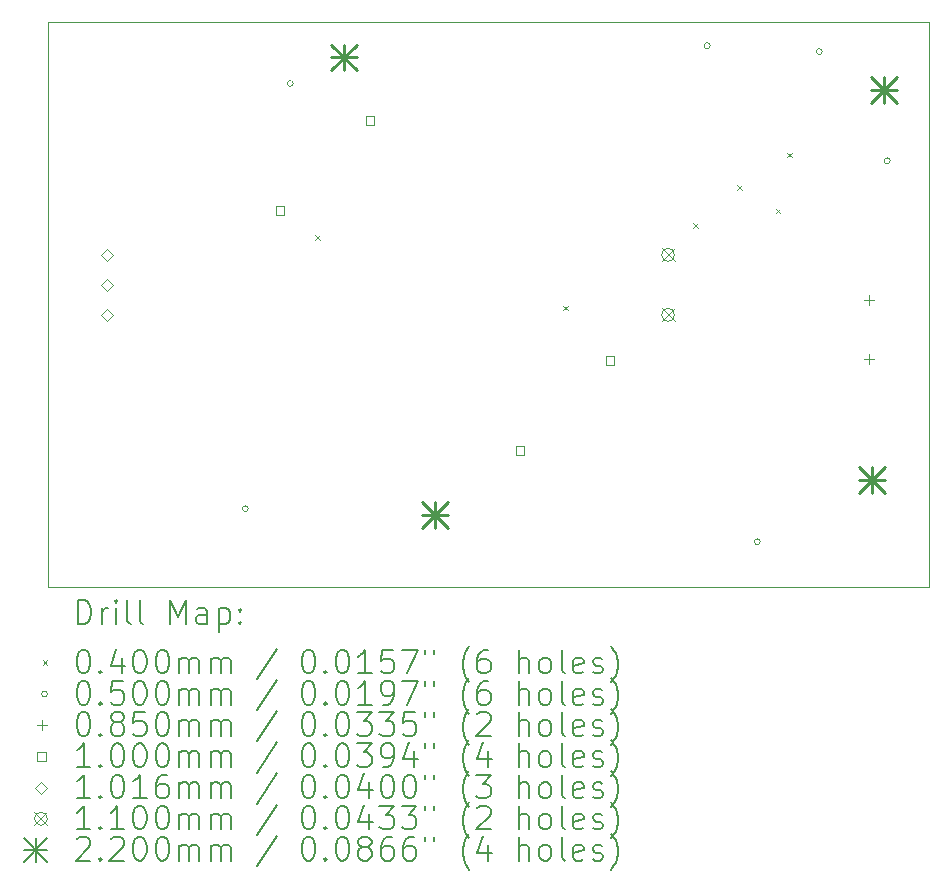
<source format=gbr>
%TF.GenerationSoftware,KiCad,Pcbnew,(6.0.11)*%
%TF.CreationDate,2023-06-13T18:52:51+03:00*%
%TF.ProjectId,flyback_48V_48W,666c7962-6163-46b5-9f34-38565f343857,rev?*%
%TF.SameCoordinates,Original*%
%TF.FileFunction,Drillmap*%
%TF.FilePolarity,Positive*%
%FSLAX45Y45*%
G04 Gerber Fmt 4.5, Leading zero omitted, Abs format (unit mm)*
G04 Created by KiCad (PCBNEW (6.0.11)) date 2023-06-13 18:52:51*
%MOMM*%
%LPD*%
G01*
G04 APERTURE LIST*
%ADD10C,0.100000*%
%ADD11C,0.200000*%
%ADD12C,0.040000*%
%ADD13C,0.050000*%
%ADD14C,0.085000*%
%ADD15C,0.101600*%
%ADD16C,0.110000*%
%ADD17C,0.220000*%
G04 APERTURE END LIST*
D10*
X10070000Y-3700000D02*
X17530000Y-3700000D01*
X17530000Y-3700000D02*
X17530000Y-8480000D01*
X17530000Y-8480000D02*
X10070000Y-8480000D01*
X10070000Y-8480000D02*
X10070000Y-3700000D01*
D11*
D12*
X12330000Y-5505000D02*
X12370000Y-5545000D01*
X12370000Y-5505000D02*
X12330000Y-5545000D01*
X14433200Y-6101400D02*
X14473200Y-6141400D01*
X14473200Y-6101400D02*
X14433200Y-6141400D01*
X15530000Y-5405000D02*
X15570000Y-5445000D01*
X15570000Y-5405000D02*
X15530000Y-5445000D01*
X15905000Y-5080000D02*
X15945000Y-5120000D01*
X15945000Y-5080000D02*
X15905000Y-5120000D01*
X16230000Y-5280000D02*
X16270000Y-5320000D01*
X16270000Y-5280000D02*
X16230000Y-5320000D01*
X16330000Y-4805000D02*
X16370000Y-4845000D01*
X16370000Y-4805000D02*
X16330000Y-4845000D01*
D13*
X11765000Y-7820000D02*
G75*
G03*
X11765000Y-7820000I-25000J0D01*
G01*
X12145000Y-4220000D02*
G75*
G03*
X12145000Y-4220000I-25000J0D01*
G01*
X15675000Y-3900000D02*
G75*
G03*
X15675000Y-3900000I-25000J0D01*
G01*
X16100000Y-8100000D02*
G75*
G03*
X16100000Y-8100000I-25000J0D01*
G01*
X16625000Y-3950000D02*
G75*
G03*
X16625000Y-3950000I-25000J0D01*
G01*
X17200000Y-4875000D02*
G75*
G03*
X17200000Y-4875000I-25000J0D01*
G01*
D14*
X17018000Y-6007500D02*
X17018000Y-6092500D01*
X16975500Y-6050000D02*
X17060500Y-6050000D01*
X17018000Y-6507500D02*
X17018000Y-6592500D01*
X16975500Y-6550000D02*
X17060500Y-6550000D01*
D10*
X12068356Y-5330356D02*
X12068356Y-5259644D01*
X11997644Y-5259644D01*
X11997644Y-5330356D01*
X12068356Y-5330356D01*
X12830356Y-4568356D02*
X12830356Y-4497644D01*
X12759644Y-4497644D01*
X12759644Y-4568356D01*
X12830356Y-4568356D01*
X14100356Y-7362356D02*
X14100356Y-7291644D01*
X14029644Y-7291644D01*
X14029644Y-7362356D01*
X14100356Y-7362356D01*
X14862356Y-6600356D02*
X14862356Y-6529644D01*
X14791644Y-6529644D01*
X14791644Y-6600356D01*
X14862356Y-6600356D01*
D15*
X10572500Y-5726800D02*
X10623300Y-5676000D01*
X10572500Y-5625200D01*
X10521700Y-5676000D01*
X10572500Y-5726800D01*
X10572500Y-5980800D02*
X10623300Y-5930000D01*
X10572500Y-5879200D01*
X10521700Y-5930000D01*
X10572500Y-5980800D01*
X10572500Y-6234800D02*
X10623300Y-6184000D01*
X10572500Y-6133200D01*
X10521700Y-6184000D01*
X10572500Y-6234800D01*
D16*
X15263950Y-5616000D02*
X15373950Y-5726000D01*
X15373950Y-5616000D02*
X15263950Y-5726000D01*
X15373950Y-5671000D02*
G75*
G03*
X15373950Y-5671000I-55000J0D01*
G01*
X15263950Y-6124000D02*
X15373950Y-6234000D01*
X15373950Y-6124000D02*
X15263950Y-6234000D01*
X15373950Y-6179000D02*
G75*
G03*
X15373950Y-6179000I-55000J0D01*
G01*
D17*
X12465000Y-3890000D02*
X12685000Y-4110000D01*
X12685000Y-3890000D02*
X12465000Y-4110000D01*
X12575000Y-3890000D02*
X12575000Y-4110000D01*
X12465000Y-4000000D02*
X12685000Y-4000000D01*
X13240000Y-7765000D02*
X13460000Y-7985000D01*
X13460000Y-7765000D02*
X13240000Y-7985000D01*
X13350000Y-7765000D02*
X13350000Y-7985000D01*
X13240000Y-7875000D02*
X13460000Y-7875000D01*
X16940000Y-7465000D02*
X17160000Y-7685000D01*
X17160000Y-7465000D02*
X16940000Y-7685000D01*
X17050000Y-7465000D02*
X17050000Y-7685000D01*
X16940000Y-7575000D02*
X17160000Y-7575000D01*
X17040000Y-4165000D02*
X17260000Y-4385000D01*
X17260000Y-4165000D02*
X17040000Y-4385000D01*
X17150000Y-4165000D02*
X17150000Y-4385000D01*
X17040000Y-4275000D02*
X17260000Y-4275000D01*
D11*
X10322619Y-8795476D02*
X10322619Y-8595476D01*
X10370238Y-8595476D01*
X10398810Y-8605000D01*
X10417857Y-8624048D01*
X10427381Y-8643095D01*
X10436905Y-8681190D01*
X10436905Y-8709762D01*
X10427381Y-8747857D01*
X10417857Y-8766905D01*
X10398810Y-8785952D01*
X10370238Y-8795476D01*
X10322619Y-8795476D01*
X10522619Y-8795476D02*
X10522619Y-8662143D01*
X10522619Y-8700238D02*
X10532143Y-8681190D01*
X10541667Y-8671667D01*
X10560714Y-8662143D01*
X10579762Y-8662143D01*
X10646429Y-8795476D02*
X10646429Y-8662143D01*
X10646429Y-8595476D02*
X10636905Y-8605000D01*
X10646429Y-8614524D01*
X10655952Y-8605000D01*
X10646429Y-8595476D01*
X10646429Y-8614524D01*
X10770238Y-8795476D02*
X10751190Y-8785952D01*
X10741667Y-8766905D01*
X10741667Y-8595476D01*
X10875000Y-8795476D02*
X10855952Y-8785952D01*
X10846429Y-8766905D01*
X10846429Y-8595476D01*
X11103571Y-8795476D02*
X11103571Y-8595476D01*
X11170238Y-8738333D01*
X11236905Y-8595476D01*
X11236905Y-8795476D01*
X11417857Y-8795476D02*
X11417857Y-8690714D01*
X11408333Y-8671667D01*
X11389286Y-8662143D01*
X11351190Y-8662143D01*
X11332143Y-8671667D01*
X11417857Y-8785952D02*
X11398809Y-8795476D01*
X11351190Y-8795476D01*
X11332143Y-8785952D01*
X11322619Y-8766905D01*
X11322619Y-8747857D01*
X11332143Y-8728810D01*
X11351190Y-8719286D01*
X11398809Y-8719286D01*
X11417857Y-8709762D01*
X11513095Y-8662143D02*
X11513095Y-8862143D01*
X11513095Y-8671667D02*
X11532143Y-8662143D01*
X11570238Y-8662143D01*
X11589286Y-8671667D01*
X11598809Y-8681190D01*
X11608333Y-8700238D01*
X11608333Y-8757381D01*
X11598809Y-8776429D01*
X11589286Y-8785952D01*
X11570238Y-8795476D01*
X11532143Y-8795476D01*
X11513095Y-8785952D01*
X11694048Y-8776429D02*
X11703571Y-8785952D01*
X11694048Y-8795476D01*
X11684524Y-8785952D01*
X11694048Y-8776429D01*
X11694048Y-8795476D01*
X11694048Y-8671667D02*
X11703571Y-8681190D01*
X11694048Y-8690714D01*
X11684524Y-8681190D01*
X11694048Y-8671667D01*
X11694048Y-8690714D01*
D12*
X10025000Y-9105000D02*
X10065000Y-9145000D01*
X10065000Y-9105000D02*
X10025000Y-9145000D01*
D11*
X10360714Y-9015476D02*
X10379762Y-9015476D01*
X10398810Y-9025000D01*
X10408333Y-9034524D01*
X10417857Y-9053571D01*
X10427381Y-9091667D01*
X10427381Y-9139286D01*
X10417857Y-9177381D01*
X10408333Y-9196429D01*
X10398810Y-9205952D01*
X10379762Y-9215476D01*
X10360714Y-9215476D01*
X10341667Y-9205952D01*
X10332143Y-9196429D01*
X10322619Y-9177381D01*
X10313095Y-9139286D01*
X10313095Y-9091667D01*
X10322619Y-9053571D01*
X10332143Y-9034524D01*
X10341667Y-9025000D01*
X10360714Y-9015476D01*
X10513095Y-9196429D02*
X10522619Y-9205952D01*
X10513095Y-9215476D01*
X10503571Y-9205952D01*
X10513095Y-9196429D01*
X10513095Y-9215476D01*
X10694048Y-9082143D02*
X10694048Y-9215476D01*
X10646429Y-9005952D02*
X10598810Y-9148810D01*
X10722619Y-9148810D01*
X10836905Y-9015476D02*
X10855952Y-9015476D01*
X10875000Y-9025000D01*
X10884524Y-9034524D01*
X10894048Y-9053571D01*
X10903571Y-9091667D01*
X10903571Y-9139286D01*
X10894048Y-9177381D01*
X10884524Y-9196429D01*
X10875000Y-9205952D01*
X10855952Y-9215476D01*
X10836905Y-9215476D01*
X10817857Y-9205952D01*
X10808333Y-9196429D01*
X10798810Y-9177381D01*
X10789286Y-9139286D01*
X10789286Y-9091667D01*
X10798810Y-9053571D01*
X10808333Y-9034524D01*
X10817857Y-9025000D01*
X10836905Y-9015476D01*
X11027381Y-9015476D02*
X11046429Y-9015476D01*
X11065476Y-9025000D01*
X11075000Y-9034524D01*
X11084524Y-9053571D01*
X11094048Y-9091667D01*
X11094048Y-9139286D01*
X11084524Y-9177381D01*
X11075000Y-9196429D01*
X11065476Y-9205952D01*
X11046429Y-9215476D01*
X11027381Y-9215476D01*
X11008333Y-9205952D01*
X10998810Y-9196429D01*
X10989286Y-9177381D01*
X10979762Y-9139286D01*
X10979762Y-9091667D01*
X10989286Y-9053571D01*
X10998810Y-9034524D01*
X11008333Y-9025000D01*
X11027381Y-9015476D01*
X11179762Y-9215476D02*
X11179762Y-9082143D01*
X11179762Y-9101190D02*
X11189286Y-9091667D01*
X11208333Y-9082143D01*
X11236905Y-9082143D01*
X11255952Y-9091667D01*
X11265476Y-9110714D01*
X11265476Y-9215476D01*
X11265476Y-9110714D02*
X11275000Y-9091667D01*
X11294048Y-9082143D01*
X11322619Y-9082143D01*
X11341667Y-9091667D01*
X11351190Y-9110714D01*
X11351190Y-9215476D01*
X11446428Y-9215476D02*
X11446428Y-9082143D01*
X11446428Y-9101190D02*
X11455952Y-9091667D01*
X11475000Y-9082143D01*
X11503571Y-9082143D01*
X11522619Y-9091667D01*
X11532143Y-9110714D01*
X11532143Y-9215476D01*
X11532143Y-9110714D02*
X11541667Y-9091667D01*
X11560714Y-9082143D01*
X11589286Y-9082143D01*
X11608333Y-9091667D01*
X11617857Y-9110714D01*
X11617857Y-9215476D01*
X12008333Y-9005952D02*
X11836905Y-9263095D01*
X12265476Y-9015476D02*
X12284524Y-9015476D01*
X12303571Y-9025000D01*
X12313095Y-9034524D01*
X12322619Y-9053571D01*
X12332143Y-9091667D01*
X12332143Y-9139286D01*
X12322619Y-9177381D01*
X12313095Y-9196429D01*
X12303571Y-9205952D01*
X12284524Y-9215476D01*
X12265476Y-9215476D01*
X12246428Y-9205952D01*
X12236905Y-9196429D01*
X12227381Y-9177381D01*
X12217857Y-9139286D01*
X12217857Y-9091667D01*
X12227381Y-9053571D01*
X12236905Y-9034524D01*
X12246428Y-9025000D01*
X12265476Y-9015476D01*
X12417857Y-9196429D02*
X12427381Y-9205952D01*
X12417857Y-9215476D01*
X12408333Y-9205952D01*
X12417857Y-9196429D01*
X12417857Y-9215476D01*
X12551190Y-9015476D02*
X12570238Y-9015476D01*
X12589286Y-9025000D01*
X12598809Y-9034524D01*
X12608333Y-9053571D01*
X12617857Y-9091667D01*
X12617857Y-9139286D01*
X12608333Y-9177381D01*
X12598809Y-9196429D01*
X12589286Y-9205952D01*
X12570238Y-9215476D01*
X12551190Y-9215476D01*
X12532143Y-9205952D01*
X12522619Y-9196429D01*
X12513095Y-9177381D01*
X12503571Y-9139286D01*
X12503571Y-9091667D01*
X12513095Y-9053571D01*
X12522619Y-9034524D01*
X12532143Y-9025000D01*
X12551190Y-9015476D01*
X12808333Y-9215476D02*
X12694048Y-9215476D01*
X12751190Y-9215476D02*
X12751190Y-9015476D01*
X12732143Y-9044048D01*
X12713095Y-9063095D01*
X12694048Y-9072619D01*
X12989286Y-9015476D02*
X12894048Y-9015476D01*
X12884524Y-9110714D01*
X12894048Y-9101190D01*
X12913095Y-9091667D01*
X12960714Y-9091667D01*
X12979762Y-9101190D01*
X12989286Y-9110714D01*
X12998809Y-9129762D01*
X12998809Y-9177381D01*
X12989286Y-9196429D01*
X12979762Y-9205952D01*
X12960714Y-9215476D01*
X12913095Y-9215476D01*
X12894048Y-9205952D01*
X12884524Y-9196429D01*
X13065476Y-9015476D02*
X13198809Y-9015476D01*
X13113095Y-9215476D01*
X13265476Y-9015476D02*
X13265476Y-9053571D01*
X13341667Y-9015476D02*
X13341667Y-9053571D01*
X13636905Y-9291667D02*
X13627381Y-9282143D01*
X13608333Y-9253571D01*
X13598809Y-9234524D01*
X13589286Y-9205952D01*
X13579762Y-9158333D01*
X13579762Y-9120238D01*
X13589286Y-9072619D01*
X13598809Y-9044048D01*
X13608333Y-9025000D01*
X13627381Y-8996429D01*
X13636905Y-8986905D01*
X13798809Y-9015476D02*
X13760714Y-9015476D01*
X13741667Y-9025000D01*
X13732143Y-9034524D01*
X13713095Y-9063095D01*
X13703571Y-9101190D01*
X13703571Y-9177381D01*
X13713095Y-9196429D01*
X13722619Y-9205952D01*
X13741667Y-9215476D01*
X13779762Y-9215476D01*
X13798809Y-9205952D01*
X13808333Y-9196429D01*
X13817857Y-9177381D01*
X13817857Y-9129762D01*
X13808333Y-9110714D01*
X13798809Y-9101190D01*
X13779762Y-9091667D01*
X13741667Y-9091667D01*
X13722619Y-9101190D01*
X13713095Y-9110714D01*
X13703571Y-9129762D01*
X14055952Y-9215476D02*
X14055952Y-9015476D01*
X14141667Y-9215476D02*
X14141667Y-9110714D01*
X14132143Y-9091667D01*
X14113095Y-9082143D01*
X14084524Y-9082143D01*
X14065476Y-9091667D01*
X14055952Y-9101190D01*
X14265476Y-9215476D02*
X14246428Y-9205952D01*
X14236905Y-9196429D01*
X14227381Y-9177381D01*
X14227381Y-9120238D01*
X14236905Y-9101190D01*
X14246428Y-9091667D01*
X14265476Y-9082143D01*
X14294048Y-9082143D01*
X14313095Y-9091667D01*
X14322619Y-9101190D01*
X14332143Y-9120238D01*
X14332143Y-9177381D01*
X14322619Y-9196429D01*
X14313095Y-9205952D01*
X14294048Y-9215476D01*
X14265476Y-9215476D01*
X14446428Y-9215476D02*
X14427381Y-9205952D01*
X14417857Y-9186905D01*
X14417857Y-9015476D01*
X14598809Y-9205952D02*
X14579762Y-9215476D01*
X14541667Y-9215476D01*
X14522619Y-9205952D01*
X14513095Y-9186905D01*
X14513095Y-9110714D01*
X14522619Y-9091667D01*
X14541667Y-9082143D01*
X14579762Y-9082143D01*
X14598809Y-9091667D01*
X14608333Y-9110714D01*
X14608333Y-9129762D01*
X14513095Y-9148810D01*
X14684524Y-9205952D02*
X14703571Y-9215476D01*
X14741667Y-9215476D01*
X14760714Y-9205952D01*
X14770238Y-9186905D01*
X14770238Y-9177381D01*
X14760714Y-9158333D01*
X14741667Y-9148810D01*
X14713095Y-9148810D01*
X14694048Y-9139286D01*
X14684524Y-9120238D01*
X14684524Y-9110714D01*
X14694048Y-9091667D01*
X14713095Y-9082143D01*
X14741667Y-9082143D01*
X14760714Y-9091667D01*
X14836905Y-9291667D02*
X14846428Y-9282143D01*
X14865476Y-9253571D01*
X14875000Y-9234524D01*
X14884524Y-9205952D01*
X14894048Y-9158333D01*
X14894048Y-9120238D01*
X14884524Y-9072619D01*
X14875000Y-9044048D01*
X14865476Y-9025000D01*
X14846428Y-8996429D01*
X14836905Y-8986905D01*
D13*
X10065000Y-9389000D02*
G75*
G03*
X10065000Y-9389000I-25000J0D01*
G01*
D11*
X10360714Y-9279476D02*
X10379762Y-9279476D01*
X10398810Y-9289000D01*
X10408333Y-9298524D01*
X10417857Y-9317571D01*
X10427381Y-9355667D01*
X10427381Y-9403286D01*
X10417857Y-9441381D01*
X10408333Y-9460429D01*
X10398810Y-9469952D01*
X10379762Y-9479476D01*
X10360714Y-9479476D01*
X10341667Y-9469952D01*
X10332143Y-9460429D01*
X10322619Y-9441381D01*
X10313095Y-9403286D01*
X10313095Y-9355667D01*
X10322619Y-9317571D01*
X10332143Y-9298524D01*
X10341667Y-9289000D01*
X10360714Y-9279476D01*
X10513095Y-9460429D02*
X10522619Y-9469952D01*
X10513095Y-9479476D01*
X10503571Y-9469952D01*
X10513095Y-9460429D01*
X10513095Y-9479476D01*
X10703571Y-9279476D02*
X10608333Y-9279476D01*
X10598810Y-9374714D01*
X10608333Y-9365190D01*
X10627381Y-9355667D01*
X10675000Y-9355667D01*
X10694048Y-9365190D01*
X10703571Y-9374714D01*
X10713095Y-9393762D01*
X10713095Y-9441381D01*
X10703571Y-9460429D01*
X10694048Y-9469952D01*
X10675000Y-9479476D01*
X10627381Y-9479476D01*
X10608333Y-9469952D01*
X10598810Y-9460429D01*
X10836905Y-9279476D02*
X10855952Y-9279476D01*
X10875000Y-9289000D01*
X10884524Y-9298524D01*
X10894048Y-9317571D01*
X10903571Y-9355667D01*
X10903571Y-9403286D01*
X10894048Y-9441381D01*
X10884524Y-9460429D01*
X10875000Y-9469952D01*
X10855952Y-9479476D01*
X10836905Y-9479476D01*
X10817857Y-9469952D01*
X10808333Y-9460429D01*
X10798810Y-9441381D01*
X10789286Y-9403286D01*
X10789286Y-9355667D01*
X10798810Y-9317571D01*
X10808333Y-9298524D01*
X10817857Y-9289000D01*
X10836905Y-9279476D01*
X11027381Y-9279476D02*
X11046429Y-9279476D01*
X11065476Y-9289000D01*
X11075000Y-9298524D01*
X11084524Y-9317571D01*
X11094048Y-9355667D01*
X11094048Y-9403286D01*
X11084524Y-9441381D01*
X11075000Y-9460429D01*
X11065476Y-9469952D01*
X11046429Y-9479476D01*
X11027381Y-9479476D01*
X11008333Y-9469952D01*
X10998810Y-9460429D01*
X10989286Y-9441381D01*
X10979762Y-9403286D01*
X10979762Y-9355667D01*
X10989286Y-9317571D01*
X10998810Y-9298524D01*
X11008333Y-9289000D01*
X11027381Y-9279476D01*
X11179762Y-9479476D02*
X11179762Y-9346143D01*
X11179762Y-9365190D02*
X11189286Y-9355667D01*
X11208333Y-9346143D01*
X11236905Y-9346143D01*
X11255952Y-9355667D01*
X11265476Y-9374714D01*
X11265476Y-9479476D01*
X11265476Y-9374714D02*
X11275000Y-9355667D01*
X11294048Y-9346143D01*
X11322619Y-9346143D01*
X11341667Y-9355667D01*
X11351190Y-9374714D01*
X11351190Y-9479476D01*
X11446428Y-9479476D02*
X11446428Y-9346143D01*
X11446428Y-9365190D02*
X11455952Y-9355667D01*
X11475000Y-9346143D01*
X11503571Y-9346143D01*
X11522619Y-9355667D01*
X11532143Y-9374714D01*
X11532143Y-9479476D01*
X11532143Y-9374714D02*
X11541667Y-9355667D01*
X11560714Y-9346143D01*
X11589286Y-9346143D01*
X11608333Y-9355667D01*
X11617857Y-9374714D01*
X11617857Y-9479476D01*
X12008333Y-9269952D02*
X11836905Y-9527095D01*
X12265476Y-9279476D02*
X12284524Y-9279476D01*
X12303571Y-9289000D01*
X12313095Y-9298524D01*
X12322619Y-9317571D01*
X12332143Y-9355667D01*
X12332143Y-9403286D01*
X12322619Y-9441381D01*
X12313095Y-9460429D01*
X12303571Y-9469952D01*
X12284524Y-9479476D01*
X12265476Y-9479476D01*
X12246428Y-9469952D01*
X12236905Y-9460429D01*
X12227381Y-9441381D01*
X12217857Y-9403286D01*
X12217857Y-9355667D01*
X12227381Y-9317571D01*
X12236905Y-9298524D01*
X12246428Y-9289000D01*
X12265476Y-9279476D01*
X12417857Y-9460429D02*
X12427381Y-9469952D01*
X12417857Y-9479476D01*
X12408333Y-9469952D01*
X12417857Y-9460429D01*
X12417857Y-9479476D01*
X12551190Y-9279476D02*
X12570238Y-9279476D01*
X12589286Y-9289000D01*
X12598809Y-9298524D01*
X12608333Y-9317571D01*
X12617857Y-9355667D01*
X12617857Y-9403286D01*
X12608333Y-9441381D01*
X12598809Y-9460429D01*
X12589286Y-9469952D01*
X12570238Y-9479476D01*
X12551190Y-9479476D01*
X12532143Y-9469952D01*
X12522619Y-9460429D01*
X12513095Y-9441381D01*
X12503571Y-9403286D01*
X12503571Y-9355667D01*
X12513095Y-9317571D01*
X12522619Y-9298524D01*
X12532143Y-9289000D01*
X12551190Y-9279476D01*
X12808333Y-9479476D02*
X12694048Y-9479476D01*
X12751190Y-9479476D02*
X12751190Y-9279476D01*
X12732143Y-9308048D01*
X12713095Y-9327095D01*
X12694048Y-9336619D01*
X12903571Y-9479476D02*
X12941667Y-9479476D01*
X12960714Y-9469952D01*
X12970238Y-9460429D01*
X12989286Y-9431857D01*
X12998809Y-9393762D01*
X12998809Y-9317571D01*
X12989286Y-9298524D01*
X12979762Y-9289000D01*
X12960714Y-9279476D01*
X12922619Y-9279476D01*
X12903571Y-9289000D01*
X12894048Y-9298524D01*
X12884524Y-9317571D01*
X12884524Y-9365190D01*
X12894048Y-9384238D01*
X12903571Y-9393762D01*
X12922619Y-9403286D01*
X12960714Y-9403286D01*
X12979762Y-9393762D01*
X12989286Y-9384238D01*
X12998809Y-9365190D01*
X13065476Y-9279476D02*
X13198809Y-9279476D01*
X13113095Y-9479476D01*
X13265476Y-9279476D02*
X13265476Y-9317571D01*
X13341667Y-9279476D02*
X13341667Y-9317571D01*
X13636905Y-9555667D02*
X13627381Y-9546143D01*
X13608333Y-9517571D01*
X13598809Y-9498524D01*
X13589286Y-9469952D01*
X13579762Y-9422333D01*
X13579762Y-9384238D01*
X13589286Y-9336619D01*
X13598809Y-9308048D01*
X13608333Y-9289000D01*
X13627381Y-9260429D01*
X13636905Y-9250905D01*
X13798809Y-9279476D02*
X13760714Y-9279476D01*
X13741667Y-9289000D01*
X13732143Y-9298524D01*
X13713095Y-9327095D01*
X13703571Y-9365190D01*
X13703571Y-9441381D01*
X13713095Y-9460429D01*
X13722619Y-9469952D01*
X13741667Y-9479476D01*
X13779762Y-9479476D01*
X13798809Y-9469952D01*
X13808333Y-9460429D01*
X13817857Y-9441381D01*
X13817857Y-9393762D01*
X13808333Y-9374714D01*
X13798809Y-9365190D01*
X13779762Y-9355667D01*
X13741667Y-9355667D01*
X13722619Y-9365190D01*
X13713095Y-9374714D01*
X13703571Y-9393762D01*
X14055952Y-9479476D02*
X14055952Y-9279476D01*
X14141667Y-9479476D02*
X14141667Y-9374714D01*
X14132143Y-9355667D01*
X14113095Y-9346143D01*
X14084524Y-9346143D01*
X14065476Y-9355667D01*
X14055952Y-9365190D01*
X14265476Y-9479476D02*
X14246428Y-9469952D01*
X14236905Y-9460429D01*
X14227381Y-9441381D01*
X14227381Y-9384238D01*
X14236905Y-9365190D01*
X14246428Y-9355667D01*
X14265476Y-9346143D01*
X14294048Y-9346143D01*
X14313095Y-9355667D01*
X14322619Y-9365190D01*
X14332143Y-9384238D01*
X14332143Y-9441381D01*
X14322619Y-9460429D01*
X14313095Y-9469952D01*
X14294048Y-9479476D01*
X14265476Y-9479476D01*
X14446428Y-9479476D02*
X14427381Y-9469952D01*
X14417857Y-9450905D01*
X14417857Y-9279476D01*
X14598809Y-9469952D02*
X14579762Y-9479476D01*
X14541667Y-9479476D01*
X14522619Y-9469952D01*
X14513095Y-9450905D01*
X14513095Y-9374714D01*
X14522619Y-9355667D01*
X14541667Y-9346143D01*
X14579762Y-9346143D01*
X14598809Y-9355667D01*
X14608333Y-9374714D01*
X14608333Y-9393762D01*
X14513095Y-9412810D01*
X14684524Y-9469952D02*
X14703571Y-9479476D01*
X14741667Y-9479476D01*
X14760714Y-9469952D01*
X14770238Y-9450905D01*
X14770238Y-9441381D01*
X14760714Y-9422333D01*
X14741667Y-9412810D01*
X14713095Y-9412810D01*
X14694048Y-9403286D01*
X14684524Y-9384238D01*
X14684524Y-9374714D01*
X14694048Y-9355667D01*
X14713095Y-9346143D01*
X14741667Y-9346143D01*
X14760714Y-9355667D01*
X14836905Y-9555667D02*
X14846428Y-9546143D01*
X14865476Y-9517571D01*
X14875000Y-9498524D01*
X14884524Y-9469952D01*
X14894048Y-9422333D01*
X14894048Y-9384238D01*
X14884524Y-9336619D01*
X14875000Y-9308048D01*
X14865476Y-9289000D01*
X14846428Y-9260429D01*
X14836905Y-9250905D01*
D14*
X10022500Y-9610500D02*
X10022500Y-9695500D01*
X9980000Y-9653000D02*
X10065000Y-9653000D01*
D11*
X10360714Y-9543476D02*
X10379762Y-9543476D01*
X10398810Y-9553000D01*
X10408333Y-9562524D01*
X10417857Y-9581571D01*
X10427381Y-9619667D01*
X10427381Y-9667286D01*
X10417857Y-9705381D01*
X10408333Y-9724429D01*
X10398810Y-9733952D01*
X10379762Y-9743476D01*
X10360714Y-9743476D01*
X10341667Y-9733952D01*
X10332143Y-9724429D01*
X10322619Y-9705381D01*
X10313095Y-9667286D01*
X10313095Y-9619667D01*
X10322619Y-9581571D01*
X10332143Y-9562524D01*
X10341667Y-9553000D01*
X10360714Y-9543476D01*
X10513095Y-9724429D02*
X10522619Y-9733952D01*
X10513095Y-9743476D01*
X10503571Y-9733952D01*
X10513095Y-9724429D01*
X10513095Y-9743476D01*
X10636905Y-9629190D02*
X10617857Y-9619667D01*
X10608333Y-9610143D01*
X10598810Y-9591095D01*
X10598810Y-9581571D01*
X10608333Y-9562524D01*
X10617857Y-9553000D01*
X10636905Y-9543476D01*
X10675000Y-9543476D01*
X10694048Y-9553000D01*
X10703571Y-9562524D01*
X10713095Y-9581571D01*
X10713095Y-9591095D01*
X10703571Y-9610143D01*
X10694048Y-9619667D01*
X10675000Y-9629190D01*
X10636905Y-9629190D01*
X10617857Y-9638714D01*
X10608333Y-9648238D01*
X10598810Y-9667286D01*
X10598810Y-9705381D01*
X10608333Y-9724429D01*
X10617857Y-9733952D01*
X10636905Y-9743476D01*
X10675000Y-9743476D01*
X10694048Y-9733952D01*
X10703571Y-9724429D01*
X10713095Y-9705381D01*
X10713095Y-9667286D01*
X10703571Y-9648238D01*
X10694048Y-9638714D01*
X10675000Y-9629190D01*
X10894048Y-9543476D02*
X10798810Y-9543476D01*
X10789286Y-9638714D01*
X10798810Y-9629190D01*
X10817857Y-9619667D01*
X10865476Y-9619667D01*
X10884524Y-9629190D01*
X10894048Y-9638714D01*
X10903571Y-9657762D01*
X10903571Y-9705381D01*
X10894048Y-9724429D01*
X10884524Y-9733952D01*
X10865476Y-9743476D01*
X10817857Y-9743476D01*
X10798810Y-9733952D01*
X10789286Y-9724429D01*
X11027381Y-9543476D02*
X11046429Y-9543476D01*
X11065476Y-9553000D01*
X11075000Y-9562524D01*
X11084524Y-9581571D01*
X11094048Y-9619667D01*
X11094048Y-9667286D01*
X11084524Y-9705381D01*
X11075000Y-9724429D01*
X11065476Y-9733952D01*
X11046429Y-9743476D01*
X11027381Y-9743476D01*
X11008333Y-9733952D01*
X10998810Y-9724429D01*
X10989286Y-9705381D01*
X10979762Y-9667286D01*
X10979762Y-9619667D01*
X10989286Y-9581571D01*
X10998810Y-9562524D01*
X11008333Y-9553000D01*
X11027381Y-9543476D01*
X11179762Y-9743476D02*
X11179762Y-9610143D01*
X11179762Y-9629190D02*
X11189286Y-9619667D01*
X11208333Y-9610143D01*
X11236905Y-9610143D01*
X11255952Y-9619667D01*
X11265476Y-9638714D01*
X11265476Y-9743476D01*
X11265476Y-9638714D02*
X11275000Y-9619667D01*
X11294048Y-9610143D01*
X11322619Y-9610143D01*
X11341667Y-9619667D01*
X11351190Y-9638714D01*
X11351190Y-9743476D01*
X11446428Y-9743476D02*
X11446428Y-9610143D01*
X11446428Y-9629190D02*
X11455952Y-9619667D01*
X11475000Y-9610143D01*
X11503571Y-9610143D01*
X11522619Y-9619667D01*
X11532143Y-9638714D01*
X11532143Y-9743476D01*
X11532143Y-9638714D02*
X11541667Y-9619667D01*
X11560714Y-9610143D01*
X11589286Y-9610143D01*
X11608333Y-9619667D01*
X11617857Y-9638714D01*
X11617857Y-9743476D01*
X12008333Y-9533952D02*
X11836905Y-9791095D01*
X12265476Y-9543476D02*
X12284524Y-9543476D01*
X12303571Y-9553000D01*
X12313095Y-9562524D01*
X12322619Y-9581571D01*
X12332143Y-9619667D01*
X12332143Y-9667286D01*
X12322619Y-9705381D01*
X12313095Y-9724429D01*
X12303571Y-9733952D01*
X12284524Y-9743476D01*
X12265476Y-9743476D01*
X12246428Y-9733952D01*
X12236905Y-9724429D01*
X12227381Y-9705381D01*
X12217857Y-9667286D01*
X12217857Y-9619667D01*
X12227381Y-9581571D01*
X12236905Y-9562524D01*
X12246428Y-9553000D01*
X12265476Y-9543476D01*
X12417857Y-9724429D02*
X12427381Y-9733952D01*
X12417857Y-9743476D01*
X12408333Y-9733952D01*
X12417857Y-9724429D01*
X12417857Y-9743476D01*
X12551190Y-9543476D02*
X12570238Y-9543476D01*
X12589286Y-9553000D01*
X12598809Y-9562524D01*
X12608333Y-9581571D01*
X12617857Y-9619667D01*
X12617857Y-9667286D01*
X12608333Y-9705381D01*
X12598809Y-9724429D01*
X12589286Y-9733952D01*
X12570238Y-9743476D01*
X12551190Y-9743476D01*
X12532143Y-9733952D01*
X12522619Y-9724429D01*
X12513095Y-9705381D01*
X12503571Y-9667286D01*
X12503571Y-9619667D01*
X12513095Y-9581571D01*
X12522619Y-9562524D01*
X12532143Y-9553000D01*
X12551190Y-9543476D01*
X12684524Y-9543476D02*
X12808333Y-9543476D01*
X12741667Y-9619667D01*
X12770238Y-9619667D01*
X12789286Y-9629190D01*
X12798809Y-9638714D01*
X12808333Y-9657762D01*
X12808333Y-9705381D01*
X12798809Y-9724429D01*
X12789286Y-9733952D01*
X12770238Y-9743476D01*
X12713095Y-9743476D01*
X12694048Y-9733952D01*
X12684524Y-9724429D01*
X12875000Y-9543476D02*
X12998809Y-9543476D01*
X12932143Y-9619667D01*
X12960714Y-9619667D01*
X12979762Y-9629190D01*
X12989286Y-9638714D01*
X12998809Y-9657762D01*
X12998809Y-9705381D01*
X12989286Y-9724429D01*
X12979762Y-9733952D01*
X12960714Y-9743476D01*
X12903571Y-9743476D01*
X12884524Y-9733952D01*
X12875000Y-9724429D01*
X13179762Y-9543476D02*
X13084524Y-9543476D01*
X13075000Y-9638714D01*
X13084524Y-9629190D01*
X13103571Y-9619667D01*
X13151190Y-9619667D01*
X13170238Y-9629190D01*
X13179762Y-9638714D01*
X13189286Y-9657762D01*
X13189286Y-9705381D01*
X13179762Y-9724429D01*
X13170238Y-9733952D01*
X13151190Y-9743476D01*
X13103571Y-9743476D01*
X13084524Y-9733952D01*
X13075000Y-9724429D01*
X13265476Y-9543476D02*
X13265476Y-9581571D01*
X13341667Y-9543476D02*
X13341667Y-9581571D01*
X13636905Y-9819667D02*
X13627381Y-9810143D01*
X13608333Y-9781571D01*
X13598809Y-9762524D01*
X13589286Y-9733952D01*
X13579762Y-9686333D01*
X13579762Y-9648238D01*
X13589286Y-9600619D01*
X13598809Y-9572048D01*
X13608333Y-9553000D01*
X13627381Y-9524429D01*
X13636905Y-9514905D01*
X13703571Y-9562524D02*
X13713095Y-9553000D01*
X13732143Y-9543476D01*
X13779762Y-9543476D01*
X13798809Y-9553000D01*
X13808333Y-9562524D01*
X13817857Y-9581571D01*
X13817857Y-9600619D01*
X13808333Y-9629190D01*
X13694048Y-9743476D01*
X13817857Y-9743476D01*
X14055952Y-9743476D02*
X14055952Y-9543476D01*
X14141667Y-9743476D02*
X14141667Y-9638714D01*
X14132143Y-9619667D01*
X14113095Y-9610143D01*
X14084524Y-9610143D01*
X14065476Y-9619667D01*
X14055952Y-9629190D01*
X14265476Y-9743476D02*
X14246428Y-9733952D01*
X14236905Y-9724429D01*
X14227381Y-9705381D01*
X14227381Y-9648238D01*
X14236905Y-9629190D01*
X14246428Y-9619667D01*
X14265476Y-9610143D01*
X14294048Y-9610143D01*
X14313095Y-9619667D01*
X14322619Y-9629190D01*
X14332143Y-9648238D01*
X14332143Y-9705381D01*
X14322619Y-9724429D01*
X14313095Y-9733952D01*
X14294048Y-9743476D01*
X14265476Y-9743476D01*
X14446428Y-9743476D02*
X14427381Y-9733952D01*
X14417857Y-9714905D01*
X14417857Y-9543476D01*
X14598809Y-9733952D02*
X14579762Y-9743476D01*
X14541667Y-9743476D01*
X14522619Y-9733952D01*
X14513095Y-9714905D01*
X14513095Y-9638714D01*
X14522619Y-9619667D01*
X14541667Y-9610143D01*
X14579762Y-9610143D01*
X14598809Y-9619667D01*
X14608333Y-9638714D01*
X14608333Y-9657762D01*
X14513095Y-9676810D01*
X14684524Y-9733952D02*
X14703571Y-9743476D01*
X14741667Y-9743476D01*
X14760714Y-9733952D01*
X14770238Y-9714905D01*
X14770238Y-9705381D01*
X14760714Y-9686333D01*
X14741667Y-9676810D01*
X14713095Y-9676810D01*
X14694048Y-9667286D01*
X14684524Y-9648238D01*
X14684524Y-9638714D01*
X14694048Y-9619667D01*
X14713095Y-9610143D01*
X14741667Y-9610143D01*
X14760714Y-9619667D01*
X14836905Y-9819667D02*
X14846428Y-9810143D01*
X14865476Y-9781571D01*
X14875000Y-9762524D01*
X14884524Y-9733952D01*
X14894048Y-9686333D01*
X14894048Y-9648238D01*
X14884524Y-9600619D01*
X14875000Y-9572048D01*
X14865476Y-9553000D01*
X14846428Y-9524429D01*
X14836905Y-9514905D01*
D10*
X10050356Y-9952356D02*
X10050356Y-9881644D01*
X9979644Y-9881644D01*
X9979644Y-9952356D01*
X10050356Y-9952356D01*
D11*
X10427381Y-10007476D02*
X10313095Y-10007476D01*
X10370238Y-10007476D02*
X10370238Y-9807476D01*
X10351190Y-9836048D01*
X10332143Y-9855095D01*
X10313095Y-9864619D01*
X10513095Y-9988429D02*
X10522619Y-9997952D01*
X10513095Y-10007476D01*
X10503571Y-9997952D01*
X10513095Y-9988429D01*
X10513095Y-10007476D01*
X10646429Y-9807476D02*
X10665476Y-9807476D01*
X10684524Y-9817000D01*
X10694048Y-9826524D01*
X10703571Y-9845571D01*
X10713095Y-9883667D01*
X10713095Y-9931286D01*
X10703571Y-9969381D01*
X10694048Y-9988429D01*
X10684524Y-9997952D01*
X10665476Y-10007476D01*
X10646429Y-10007476D01*
X10627381Y-9997952D01*
X10617857Y-9988429D01*
X10608333Y-9969381D01*
X10598810Y-9931286D01*
X10598810Y-9883667D01*
X10608333Y-9845571D01*
X10617857Y-9826524D01*
X10627381Y-9817000D01*
X10646429Y-9807476D01*
X10836905Y-9807476D02*
X10855952Y-9807476D01*
X10875000Y-9817000D01*
X10884524Y-9826524D01*
X10894048Y-9845571D01*
X10903571Y-9883667D01*
X10903571Y-9931286D01*
X10894048Y-9969381D01*
X10884524Y-9988429D01*
X10875000Y-9997952D01*
X10855952Y-10007476D01*
X10836905Y-10007476D01*
X10817857Y-9997952D01*
X10808333Y-9988429D01*
X10798810Y-9969381D01*
X10789286Y-9931286D01*
X10789286Y-9883667D01*
X10798810Y-9845571D01*
X10808333Y-9826524D01*
X10817857Y-9817000D01*
X10836905Y-9807476D01*
X11027381Y-9807476D02*
X11046429Y-9807476D01*
X11065476Y-9817000D01*
X11075000Y-9826524D01*
X11084524Y-9845571D01*
X11094048Y-9883667D01*
X11094048Y-9931286D01*
X11084524Y-9969381D01*
X11075000Y-9988429D01*
X11065476Y-9997952D01*
X11046429Y-10007476D01*
X11027381Y-10007476D01*
X11008333Y-9997952D01*
X10998810Y-9988429D01*
X10989286Y-9969381D01*
X10979762Y-9931286D01*
X10979762Y-9883667D01*
X10989286Y-9845571D01*
X10998810Y-9826524D01*
X11008333Y-9817000D01*
X11027381Y-9807476D01*
X11179762Y-10007476D02*
X11179762Y-9874143D01*
X11179762Y-9893190D02*
X11189286Y-9883667D01*
X11208333Y-9874143D01*
X11236905Y-9874143D01*
X11255952Y-9883667D01*
X11265476Y-9902714D01*
X11265476Y-10007476D01*
X11265476Y-9902714D02*
X11275000Y-9883667D01*
X11294048Y-9874143D01*
X11322619Y-9874143D01*
X11341667Y-9883667D01*
X11351190Y-9902714D01*
X11351190Y-10007476D01*
X11446428Y-10007476D02*
X11446428Y-9874143D01*
X11446428Y-9893190D02*
X11455952Y-9883667D01*
X11475000Y-9874143D01*
X11503571Y-9874143D01*
X11522619Y-9883667D01*
X11532143Y-9902714D01*
X11532143Y-10007476D01*
X11532143Y-9902714D02*
X11541667Y-9883667D01*
X11560714Y-9874143D01*
X11589286Y-9874143D01*
X11608333Y-9883667D01*
X11617857Y-9902714D01*
X11617857Y-10007476D01*
X12008333Y-9797952D02*
X11836905Y-10055095D01*
X12265476Y-9807476D02*
X12284524Y-9807476D01*
X12303571Y-9817000D01*
X12313095Y-9826524D01*
X12322619Y-9845571D01*
X12332143Y-9883667D01*
X12332143Y-9931286D01*
X12322619Y-9969381D01*
X12313095Y-9988429D01*
X12303571Y-9997952D01*
X12284524Y-10007476D01*
X12265476Y-10007476D01*
X12246428Y-9997952D01*
X12236905Y-9988429D01*
X12227381Y-9969381D01*
X12217857Y-9931286D01*
X12217857Y-9883667D01*
X12227381Y-9845571D01*
X12236905Y-9826524D01*
X12246428Y-9817000D01*
X12265476Y-9807476D01*
X12417857Y-9988429D02*
X12427381Y-9997952D01*
X12417857Y-10007476D01*
X12408333Y-9997952D01*
X12417857Y-9988429D01*
X12417857Y-10007476D01*
X12551190Y-9807476D02*
X12570238Y-9807476D01*
X12589286Y-9817000D01*
X12598809Y-9826524D01*
X12608333Y-9845571D01*
X12617857Y-9883667D01*
X12617857Y-9931286D01*
X12608333Y-9969381D01*
X12598809Y-9988429D01*
X12589286Y-9997952D01*
X12570238Y-10007476D01*
X12551190Y-10007476D01*
X12532143Y-9997952D01*
X12522619Y-9988429D01*
X12513095Y-9969381D01*
X12503571Y-9931286D01*
X12503571Y-9883667D01*
X12513095Y-9845571D01*
X12522619Y-9826524D01*
X12532143Y-9817000D01*
X12551190Y-9807476D01*
X12684524Y-9807476D02*
X12808333Y-9807476D01*
X12741667Y-9883667D01*
X12770238Y-9883667D01*
X12789286Y-9893190D01*
X12798809Y-9902714D01*
X12808333Y-9921762D01*
X12808333Y-9969381D01*
X12798809Y-9988429D01*
X12789286Y-9997952D01*
X12770238Y-10007476D01*
X12713095Y-10007476D01*
X12694048Y-9997952D01*
X12684524Y-9988429D01*
X12903571Y-10007476D02*
X12941667Y-10007476D01*
X12960714Y-9997952D01*
X12970238Y-9988429D01*
X12989286Y-9959857D01*
X12998809Y-9921762D01*
X12998809Y-9845571D01*
X12989286Y-9826524D01*
X12979762Y-9817000D01*
X12960714Y-9807476D01*
X12922619Y-9807476D01*
X12903571Y-9817000D01*
X12894048Y-9826524D01*
X12884524Y-9845571D01*
X12884524Y-9893190D01*
X12894048Y-9912238D01*
X12903571Y-9921762D01*
X12922619Y-9931286D01*
X12960714Y-9931286D01*
X12979762Y-9921762D01*
X12989286Y-9912238D01*
X12998809Y-9893190D01*
X13170238Y-9874143D02*
X13170238Y-10007476D01*
X13122619Y-9797952D02*
X13075000Y-9940810D01*
X13198809Y-9940810D01*
X13265476Y-9807476D02*
X13265476Y-9845571D01*
X13341667Y-9807476D02*
X13341667Y-9845571D01*
X13636905Y-10083667D02*
X13627381Y-10074143D01*
X13608333Y-10045571D01*
X13598809Y-10026524D01*
X13589286Y-9997952D01*
X13579762Y-9950333D01*
X13579762Y-9912238D01*
X13589286Y-9864619D01*
X13598809Y-9836048D01*
X13608333Y-9817000D01*
X13627381Y-9788429D01*
X13636905Y-9778905D01*
X13798809Y-9874143D02*
X13798809Y-10007476D01*
X13751190Y-9797952D02*
X13703571Y-9940810D01*
X13827381Y-9940810D01*
X14055952Y-10007476D02*
X14055952Y-9807476D01*
X14141667Y-10007476D02*
X14141667Y-9902714D01*
X14132143Y-9883667D01*
X14113095Y-9874143D01*
X14084524Y-9874143D01*
X14065476Y-9883667D01*
X14055952Y-9893190D01*
X14265476Y-10007476D02*
X14246428Y-9997952D01*
X14236905Y-9988429D01*
X14227381Y-9969381D01*
X14227381Y-9912238D01*
X14236905Y-9893190D01*
X14246428Y-9883667D01*
X14265476Y-9874143D01*
X14294048Y-9874143D01*
X14313095Y-9883667D01*
X14322619Y-9893190D01*
X14332143Y-9912238D01*
X14332143Y-9969381D01*
X14322619Y-9988429D01*
X14313095Y-9997952D01*
X14294048Y-10007476D01*
X14265476Y-10007476D01*
X14446428Y-10007476D02*
X14427381Y-9997952D01*
X14417857Y-9978905D01*
X14417857Y-9807476D01*
X14598809Y-9997952D02*
X14579762Y-10007476D01*
X14541667Y-10007476D01*
X14522619Y-9997952D01*
X14513095Y-9978905D01*
X14513095Y-9902714D01*
X14522619Y-9883667D01*
X14541667Y-9874143D01*
X14579762Y-9874143D01*
X14598809Y-9883667D01*
X14608333Y-9902714D01*
X14608333Y-9921762D01*
X14513095Y-9940810D01*
X14684524Y-9997952D02*
X14703571Y-10007476D01*
X14741667Y-10007476D01*
X14760714Y-9997952D01*
X14770238Y-9978905D01*
X14770238Y-9969381D01*
X14760714Y-9950333D01*
X14741667Y-9940810D01*
X14713095Y-9940810D01*
X14694048Y-9931286D01*
X14684524Y-9912238D01*
X14684524Y-9902714D01*
X14694048Y-9883667D01*
X14713095Y-9874143D01*
X14741667Y-9874143D01*
X14760714Y-9883667D01*
X14836905Y-10083667D02*
X14846428Y-10074143D01*
X14865476Y-10045571D01*
X14875000Y-10026524D01*
X14884524Y-9997952D01*
X14894048Y-9950333D01*
X14894048Y-9912238D01*
X14884524Y-9864619D01*
X14875000Y-9836048D01*
X14865476Y-9817000D01*
X14846428Y-9788429D01*
X14836905Y-9778905D01*
D15*
X10014200Y-10231800D02*
X10065000Y-10181000D01*
X10014200Y-10130200D01*
X9963400Y-10181000D01*
X10014200Y-10231800D01*
D11*
X10427381Y-10271476D02*
X10313095Y-10271476D01*
X10370238Y-10271476D02*
X10370238Y-10071476D01*
X10351190Y-10100048D01*
X10332143Y-10119095D01*
X10313095Y-10128619D01*
X10513095Y-10252429D02*
X10522619Y-10261952D01*
X10513095Y-10271476D01*
X10503571Y-10261952D01*
X10513095Y-10252429D01*
X10513095Y-10271476D01*
X10646429Y-10071476D02*
X10665476Y-10071476D01*
X10684524Y-10081000D01*
X10694048Y-10090524D01*
X10703571Y-10109571D01*
X10713095Y-10147667D01*
X10713095Y-10195286D01*
X10703571Y-10233381D01*
X10694048Y-10252429D01*
X10684524Y-10261952D01*
X10665476Y-10271476D01*
X10646429Y-10271476D01*
X10627381Y-10261952D01*
X10617857Y-10252429D01*
X10608333Y-10233381D01*
X10598810Y-10195286D01*
X10598810Y-10147667D01*
X10608333Y-10109571D01*
X10617857Y-10090524D01*
X10627381Y-10081000D01*
X10646429Y-10071476D01*
X10903571Y-10271476D02*
X10789286Y-10271476D01*
X10846429Y-10271476D02*
X10846429Y-10071476D01*
X10827381Y-10100048D01*
X10808333Y-10119095D01*
X10789286Y-10128619D01*
X11075000Y-10071476D02*
X11036905Y-10071476D01*
X11017857Y-10081000D01*
X11008333Y-10090524D01*
X10989286Y-10119095D01*
X10979762Y-10157190D01*
X10979762Y-10233381D01*
X10989286Y-10252429D01*
X10998810Y-10261952D01*
X11017857Y-10271476D01*
X11055952Y-10271476D01*
X11075000Y-10261952D01*
X11084524Y-10252429D01*
X11094048Y-10233381D01*
X11094048Y-10185762D01*
X11084524Y-10166714D01*
X11075000Y-10157190D01*
X11055952Y-10147667D01*
X11017857Y-10147667D01*
X10998810Y-10157190D01*
X10989286Y-10166714D01*
X10979762Y-10185762D01*
X11179762Y-10271476D02*
X11179762Y-10138143D01*
X11179762Y-10157190D02*
X11189286Y-10147667D01*
X11208333Y-10138143D01*
X11236905Y-10138143D01*
X11255952Y-10147667D01*
X11265476Y-10166714D01*
X11265476Y-10271476D01*
X11265476Y-10166714D02*
X11275000Y-10147667D01*
X11294048Y-10138143D01*
X11322619Y-10138143D01*
X11341667Y-10147667D01*
X11351190Y-10166714D01*
X11351190Y-10271476D01*
X11446428Y-10271476D02*
X11446428Y-10138143D01*
X11446428Y-10157190D02*
X11455952Y-10147667D01*
X11475000Y-10138143D01*
X11503571Y-10138143D01*
X11522619Y-10147667D01*
X11532143Y-10166714D01*
X11532143Y-10271476D01*
X11532143Y-10166714D02*
X11541667Y-10147667D01*
X11560714Y-10138143D01*
X11589286Y-10138143D01*
X11608333Y-10147667D01*
X11617857Y-10166714D01*
X11617857Y-10271476D01*
X12008333Y-10061952D02*
X11836905Y-10319095D01*
X12265476Y-10071476D02*
X12284524Y-10071476D01*
X12303571Y-10081000D01*
X12313095Y-10090524D01*
X12322619Y-10109571D01*
X12332143Y-10147667D01*
X12332143Y-10195286D01*
X12322619Y-10233381D01*
X12313095Y-10252429D01*
X12303571Y-10261952D01*
X12284524Y-10271476D01*
X12265476Y-10271476D01*
X12246428Y-10261952D01*
X12236905Y-10252429D01*
X12227381Y-10233381D01*
X12217857Y-10195286D01*
X12217857Y-10147667D01*
X12227381Y-10109571D01*
X12236905Y-10090524D01*
X12246428Y-10081000D01*
X12265476Y-10071476D01*
X12417857Y-10252429D02*
X12427381Y-10261952D01*
X12417857Y-10271476D01*
X12408333Y-10261952D01*
X12417857Y-10252429D01*
X12417857Y-10271476D01*
X12551190Y-10071476D02*
X12570238Y-10071476D01*
X12589286Y-10081000D01*
X12598809Y-10090524D01*
X12608333Y-10109571D01*
X12617857Y-10147667D01*
X12617857Y-10195286D01*
X12608333Y-10233381D01*
X12598809Y-10252429D01*
X12589286Y-10261952D01*
X12570238Y-10271476D01*
X12551190Y-10271476D01*
X12532143Y-10261952D01*
X12522619Y-10252429D01*
X12513095Y-10233381D01*
X12503571Y-10195286D01*
X12503571Y-10147667D01*
X12513095Y-10109571D01*
X12522619Y-10090524D01*
X12532143Y-10081000D01*
X12551190Y-10071476D01*
X12789286Y-10138143D02*
X12789286Y-10271476D01*
X12741667Y-10061952D02*
X12694048Y-10204810D01*
X12817857Y-10204810D01*
X12932143Y-10071476D02*
X12951190Y-10071476D01*
X12970238Y-10081000D01*
X12979762Y-10090524D01*
X12989286Y-10109571D01*
X12998809Y-10147667D01*
X12998809Y-10195286D01*
X12989286Y-10233381D01*
X12979762Y-10252429D01*
X12970238Y-10261952D01*
X12951190Y-10271476D01*
X12932143Y-10271476D01*
X12913095Y-10261952D01*
X12903571Y-10252429D01*
X12894048Y-10233381D01*
X12884524Y-10195286D01*
X12884524Y-10147667D01*
X12894048Y-10109571D01*
X12903571Y-10090524D01*
X12913095Y-10081000D01*
X12932143Y-10071476D01*
X13122619Y-10071476D02*
X13141667Y-10071476D01*
X13160714Y-10081000D01*
X13170238Y-10090524D01*
X13179762Y-10109571D01*
X13189286Y-10147667D01*
X13189286Y-10195286D01*
X13179762Y-10233381D01*
X13170238Y-10252429D01*
X13160714Y-10261952D01*
X13141667Y-10271476D01*
X13122619Y-10271476D01*
X13103571Y-10261952D01*
X13094048Y-10252429D01*
X13084524Y-10233381D01*
X13075000Y-10195286D01*
X13075000Y-10147667D01*
X13084524Y-10109571D01*
X13094048Y-10090524D01*
X13103571Y-10081000D01*
X13122619Y-10071476D01*
X13265476Y-10071476D02*
X13265476Y-10109571D01*
X13341667Y-10071476D02*
X13341667Y-10109571D01*
X13636905Y-10347667D02*
X13627381Y-10338143D01*
X13608333Y-10309571D01*
X13598809Y-10290524D01*
X13589286Y-10261952D01*
X13579762Y-10214333D01*
X13579762Y-10176238D01*
X13589286Y-10128619D01*
X13598809Y-10100048D01*
X13608333Y-10081000D01*
X13627381Y-10052429D01*
X13636905Y-10042905D01*
X13694048Y-10071476D02*
X13817857Y-10071476D01*
X13751190Y-10147667D01*
X13779762Y-10147667D01*
X13798809Y-10157190D01*
X13808333Y-10166714D01*
X13817857Y-10185762D01*
X13817857Y-10233381D01*
X13808333Y-10252429D01*
X13798809Y-10261952D01*
X13779762Y-10271476D01*
X13722619Y-10271476D01*
X13703571Y-10261952D01*
X13694048Y-10252429D01*
X14055952Y-10271476D02*
X14055952Y-10071476D01*
X14141667Y-10271476D02*
X14141667Y-10166714D01*
X14132143Y-10147667D01*
X14113095Y-10138143D01*
X14084524Y-10138143D01*
X14065476Y-10147667D01*
X14055952Y-10157190D01*
X14265476Y-10271476D02*
X14246428Y-10261952D01*
X14236905Y-10252429D01*
X14227381Y-10233381D01*
X14227381Y-10176238D01*
X14236905Y-10157190D01*
X14246428Y-10147667D01*
X14265476Y-10138143D01*
X14294048Y-10138143D01*
X14313095Y-10147667D01*
X14322619Y-10157190D01*
X14332143Y-10176238D01*
X14332143Y-10233381D01*
X14322619Y-10252429D01*
X14313095Y-10261952D01*
X14294048Y-10271476D01*
X14265476Y-10271476D01*
X14446428Y-10271476D02*
X14427381Y-10261952D01*
X14417857Y-10242905D01*
X14417857Y-10071476D01*
X14598809Y-10261952D02*
X14579762Y-10271476D01*
X14541667Y-10271476D01*
X14522619Y-10261952D01*
X14513095Y-10242905D01*
X14513095Y-10166714D01*
X14522619Y-10147667D01*
X14541667Y-10138143D01*
X14579762Y-10138143D01*
X14598809Y-10147667D01*
X14608333Y-10166714D01*
X14608333Y-10185762D01*
X14513095Y-10204810D01*
X14684524Y-10261952D02*
X14703571Y-10271476D01*
X14741667Y-10271476D01*
X14760714Y-10261952D01*
X14770238Y-10242905D01*
X14770238Y-10233381D01*
X14760714Y-10214333D01*
X14741667Y-10204810D01*
X14713095Y-10204810D01*
X14694048Y-10195286D01*
X14684524Y-10176238D01*
X14684524Y-10166714D01*
X14694048Y-10147667D01*
X14713095Y-10138143D01*
X14741667Y-10138143D01*
X14760714Y-10147667D01*
X14836905Y-10347667D02*
X14846428Y-10338143D01*
X14865476Y-10309571D01*
X14875000Y-10290524D01*
X14884524Y-10261952D01*
X14894048Y-10214333D01*
X14894048Y-10176238D01*
X14884524Y-10128619D01*
X14875000Y-10100048D01*
X14865476Y-10081000D01*
X14846428Y-10052429D01*
X14836905Y-10042905D01*
D16*
X9955000Y-10390000D02*
X10065000Y-10500000D01*
X10065000Y-10390000D02*
X9955000Y-10500000D01*
X10065000Y-10445000D02*
G75*
G03*
X10065000Y-10445000I-55000J0D01*
G01*
D11*
X10427381Y-10535476D02*
X10313095Y-10535476D01*
X10370238Y-10535476D02*
X10370238Y-10335476D01*
X10351190Y-10364048D01*
X10332143Y-10383095D01*
X10313095Y-10392619D01*
X10513095Y-10516429D02*
X10522619Y-10525952D01*
X10513095Y-10535476D01*
X10503571Y-10525952D01*
X10513095Y-10516429D01*
X10513095Y-10535476D01*
X10713095Y-10535476D02*
X10598810Y-10535476D01*
X10655952Y-10535476D02*
X10655952Y-10335476D01*
X10636905Y-10364048D01*
X10617857Y-10383095D01*
X10598810Y-10392619D01*
X10836905Y-10335476D02*
X10855952Y-10335476D01*
X10875000Y-10345000D01*
X10884524Y-10354524D01*
X10894048Y-10373571D01*
X10903571Y-10411667D01*
X10903571Y-10459286D01*
X10894048Y-10497381D01*
X10884524Y-10516429D01*
X10875000Y-10525952D01*
X10855952Y-10535476D01*
X10836905Y-10535476D01*
X10817857Y-10525952D01*
X10808333Y-10516429D01*
X10798810Y-10497381D01*
X10789286Y-10459286D01*
X10789286Y-10411667D01*
X10798810Y-10373571D01*
X10808333Y-10354524D01*
X10817857Y-10345000D01*
X10836905Y-10335476D01*
X11027381Y-10335476D02*
X11046429Y-10335476D01*
X11065476Y-10345000D01*
X11075000Y-10354524D01*
X11084524Y-10373571D01*
X11094048Y-10411667D01*
X11094048Y-10459286D01*
X11084524Y-10497381D01*
X11075000Y-10516429D01*
X11065476Y-10525952D01*
X11046429Y-10535476D01*
X11027381Y-10535476D01*
X11008333Y-10525952D01*
X10998810Y-10516429D01*
X10989286Y-10497381D01*
X10979762Y-10459286D01*
X10979762Y-10411667D01*
X10989286Y-10373571D01*
X10998810Y-10354524D01*
X11008333Y-10345000D01*
X11027381Y-10335476D01*
X11179762Y-10535476D02*
X11179762Y-10402143D01*
X11179762Y-10421190D02*
X11189286Y-10411667D01*
X11208333Y-10402143D01*
X11236905Y-10402143D01*
X11255952Y-10411667D01*
X11265476Y-10430714D01*
X11265476Y-10535476D01*
X11265476Y-10430714D02*
X11275000Y-10411667D01*
X11294048Y-10402143D01*
X11322619Y-10402143D01*
X11341667Y-10411667D01*
X11351190Y-10430714D01*
X11351190Y-10535476D01*
X11446428Y-10535476D02*
X11446428Y-10402143D01*
X11446428Y-10421190D02*
X11455952Y-10411667D01*
X11475000Y-10402143D01*
X11503571Y-10402143D01*
X11522619Y-10411667D01*
X11532143Y-10430714D01*
X11532143Y-10535476D01*
X11532143Y-10430714D02*
X11541667Y-10411667D01*
X11560714Y-10402143D01*
X11589286Y-10402143D01*
X11608333Y-10411667D01*
X11617857Y-10430714D01*
X11617857Y-10535476D01*
X12008333Y-10325952D02*
X11836905Y-10583095D01*
X12265476Y-10335476D02*
X12284524Y-10335476D01*
X12303571Y-10345000D01*
X12313095Y-10354524D01*
X12322619Y-10373571D01*
X12332143Y-10411667D01*
X12332143Y-10459286D01*
X12322619Y-10497381D01*
X12313095Y-10516429D01*
X12303571Y-10525952D01*
X12284524Y-10535476D01*
X12265476Y-10535476D01*
X12246428Y-10525952D01*
X12236905Y-10516429D01*
X12227381Y-10497381D01*
X12217857Y-10459286D01*
X12217857Y-10411667D01*
X12227381Y-10373571D01*
X12236905Y-10354524D01*
X12246428Y-10345000D01*
X12265476Y-10335476D01*
X12417857Y-10516429D02*
X12427381Y-10525952D01*
X12417857Y-10535476D01*
X12408333Y-10525952D01*
X12417857Y-10516429D01*
X12417857Y-10535476D01*
X12551190Y-10335476D02*
X12570238Y-10335476D01*
X12589286Y-10345000D01*
X12598809Y-10354524D01*
X12608333Y-10373571D01*
X12617857Y-10411667D01*
X12617857Y-10459286D01*
X12608333Y-10497381D01*
X12598809Y-10516429D01*
X12589286Y-10525952D01*
X12570238Y-10535476D01*
X12551190Y-10535476D01*
X12532143Y-10525952D01*
X12522619Y-10516429D01*
X12513095Y-10497381D01*
X12503571Y-10459286D01*
X12503571Y-10411667D01*
X12513095Y-10373571D01*
X12522619Y-10354524D01*
X12532143Y-10345000D01*
X12551190Y-10335476D01*
X12789286Y-10402143D02*
X12789286Y-10535476D01*
X12741667Y-10325952D02*
X12694048Y-10468810D01*
X12817857Y-10468810D01*
X12875000Y-10335476D02*
X12998809Y-10335476D01*
X12932143Y-10411667D01*
X12960714Y-10411667D01*
X12979762Y-10421190D01*
X12989286Y-10430714D01*
X12998809Y-10449762D01*
X12998809Y-10497381D01*
X12989286Y-10516429D01*
X12979762Y-10525952D01*
X12960714Y-10535476D01*
X12903571Y-10535476D01*
X12884524Y-10525952D01*
X12875000Y-10516429D01*
X13065476Y-10335476D02*
X13189286Y-10335476D01*
X13122619Y-10411667D01*
X13151190Y-10411667D01*
X13170238Y-10421190D01*
X13179762Y-10430714D01*
X13189286Y-10449762D01*
X13189286Y-10497381D01*
X13179762Y-10516429D01*
X13170238Y-10525952D01*
X13151190Y-10535476D01*
X13094048Y-10535476D01*
X13075000Y-10525952D01*
X13065476Y-10516429D01*
X13265476Y-10335476D02*
X13265476Y-10373571D01*
X13341667Y-10335476D02*
X13341667Y-10373571D01*
X13636905Y-10611667D02*
X13627381Y-10602143D01*
X13608333Y-10573571D01*
X13598809Y-10554524D01*
X13589286Y-10525952D01*
X13579762Y-10478333D01*
X13579762Y-10440238D01*
X13589286Y-10392619D01*
X13598809Y-10364048D01*
X13608333Y-10345000D01*
X13627381Y-10316429D01*
X13636905Y-10306905D01*
X13703571Y-10354524D02*
X13713095Y-10345000D01*
X13732143Y-10335476D01*
X13779762Y-10335476D01*
X13798809Y-10345000D01*
X13808333Y-10354524D01*
X13817857Y-10373571D01*
X13817857Y-10392619D01*
X13808333Y-10421190D01*
X13694048Y-10535476D01*
X13817857Y-10535476D01*
X14055952Y-10535476D02*
X14055952Y-10335476D01*
X14141667Y-10535476D02*
X14141667Y-10430714D01*
X14132143Y-10411667D01*
X14113095Y-10402143D01*
X14084524Y-10402143D01*
X14065476Y-10411667D01*
X14055952Y-10421190D01*
X14265476Y-10535476D02*
X14246428Y-10525952D01*
X14236905Y-10516429D01*
X14227381Y-10497381D01*
X14227381Y-10440238D01*
X14236905Y-10421190D01*
X14246428Y-10411667D01*
X14265476Y-10402143D01*
X14294048Y-10402143D01*
X14313095Y-10411667D01*
X14322619Y-10421190D01*
X14332143Y-10440238D01*
X14332143Y-10497381D01*
X14322619Y-10516429D01*
X14313095Y-10525952D01*
X14294048Y-10535476D01*
X14265476Y-10535476D01*
X14446428Y-10535476D02*
X14427381Y-10525952D01*
X14417857Y-10506905D01*
X14417857Y-10335476D01*
X14598809Y-10525952D02*
X14579762Y-10535476D01*
X14541667Y-10535476D01*
X14522619Y-10525952D01*
X14513095Y-10506905D01*
X14513095Y-10430714D01*
X14522619Y-10411667D01*
X14541667Y-10402143D01*
X14579762Y-10402143D01*
X14598809Y-10411667D01*
X14608333Y-10430714D01*
X14608333Y-10449762D01*
X14513095Y-10468810D01*
X14684524Y-10525952D02*
X14703571Y-10535476D01*
X14741667Y-10535476D01*
X14760714Y-10525952D01*
X14770238Y-10506905D01*
X14770238Y-10497381D01*
X14760714Y-10478333D01*
X14741667Y-10468810D01*
X14713095Y-10468810D01*
X14694048Y-10459286D01*
X14684524Y-10440238D01*
X14684524Y-10430714D01*
X14694048Y-10411667D01*
X14713095Y-10402143D01*
X14741667Y-10402143D01*
X14760714Y-10411667D01*
X14836905Y-10611667D02*
X14846428Y-10602143D01*
X14865476Y-10573571D01*
X14875000Y-10554524D01*
X14884524Y-10525952D01*
X14894048Y-10478333D01*
X14894048Y-10440238D01*
X14884524Y-10392619D01*
X14875000Y-10364048D01*
X14865476Y-10345000D01*
X14846428Y-10316429D01*
X14836905Y-10306905D01*
X9865000Y-10609000D02*
X10065000Y-10809000D01*
X10065000Y-10609000D02*
X9865000Y-10809000D01*
X9965000Y-10609000D02*
X9965000Y-10809000D01*
X9865000Y-10709000D02*
X10065000Y-10709000D01*
X10313095Y-10618524D02*
X10322619Y-10609000D01*
X10341667Y-10599476D01*
X10389286Y-10599476D01*
X10408333Y-10609000D01*
X10417857Y-10618524D01*
X10427381Y-10637571D01*
X10427381Y-10656619D01*
X10417857Y-10685190D01*
X10303571Y-10799476D01*
X10427381Y-10799476D01*
X10513095Y-10780429D02*
X10522619Y-10789952D01*
X10513095Y-10799476D01*
X10503571Y-10789952D01*
X10513095Y-10780429D01*
X10513095Y-10799476D01*
X10598810Y-10618524D02*
X10608333Y-10609000D01*
X10627381Y-10599476D01*
X10675000Y-10599476D01*
X10694048Y-10609000D01*
X10703571Y-10618524D01*
X10713095Y-10637571D01*
X10713095Y-10656619D01*
X10703571Y-10685190D01*
X10589286Y-10799476D01*
X10713095Y-10799476D01*
X10836905Y-10599476D02*
X10855952Y-10599476D01*
X10875000Y-10609000D01*
X10884524Y-10618524D01*
X10894048Y-10637571D01*
X10903571Y-10675667D01*
X10903571Y-10723286D01*
X10894048Y-10761381D01*
X10884524Y-10780429D01*
X10875000Y-10789952D01*
X10855952Y-10799476D01*
X10836905Y-10799476D01*
X10817857Y-10789952D01*
X10808333Y-10780429D01*
X10798810Y-10761381D01*
X10789286Y-10723286D01*
X10789286Y-10675667D01*
X10798810Y-10637571D01*
X10808333Y-10618524D01*
X10817857Y-10609000D01*
X10836905Y-10599476D01*
X11027381Y-10599476D02*
X11046429Y-10599476D01*
X11065476Y-10609000D01*
X11075000Y-10618524D01*
X11084524Y-10637571D01*
X11094048Y-10675667D01*
X11094048Y-10723286D01*
X11084524Y-10761381D01*
X11075000Y-10780429D01*
X11065476Y-10789952D01*
X11046429Y-10799476D01*
X11027381Y-10799476D01*
X11008333Y-10789952D01*
X10998810Y-10780429D01*
X10989286Y-10761381D01*
X10979762Y-10723286D01*
X10979762Y-10675667D01*
X10989286Y-10637571D01*
X10998810Y-10618524D01*
X11008333Y-10609000D01*
X11027381Y-10599476D01*
X11179762Y-10799476D02*
X11179762Y-10666143D01*
X11179762Y-10685190D02*
X11189286Y-10675667D01*
X11208333Y-10666143D01*
X11236905Y-10666143D01*
X11255952Y-10675667D01*
X11265476Y-10694714D01*
X11265476Y-10799476D01*
X11265476Y-10694714D02*
X11275000Y-10675667D01*
X11294048Y-10666143D01*
X11322619Y-10666143D01*
X11341667Y-10675667D01*
X11351190Y-10694714D01*
X11351190Y-10799476D01*
X11446428Y-10799476D02*
X11446428Y-10666143D01*
X11446428Y-10685190D02*
X11455952Y-10675667D01*
X11475000Y-10666143D01*
X11503571Y-10666143D01*
X11522619Y-10675667D01*
X11532143Y-10694714D01*
X11532143Y-10799476D01*
X11532143Y-10694714D02*
X11541667Y-10675667D01*
X11560714Y-10666143D01*
X11589286Y-10666143D01*
X11608333Y-10675667D01*
X11617857Y-10694714D01*
X11617857Y-10799476D01*
X12008333Y-10589952D02*
X11836905Y-10847095D01*
X12265476Y-10599476D02*
X12284524Y-10599476D01*
X12303571Y-10609000D01*
X12313095Y-10618524D01*
X12322619Y-10637571D01*
X12332143Y-10675667D01*
X12332143Y-10723286D01*
X12322619Y-10761381D01*
X12313095Y-10780429D01*
X12303571Y-10789952D01*
X12284524Y-10799476D01*
X12265476Y-10799476D01*
X12246428Y-10789952D01*
X12236905Y-10780429D01*
X12227381Y-10761381D01*
X12217857Y-10723286D01*
X12217857Y-10675667D01*
X12227381Y-10637571D01*
X12236905Y-10618524D01*
X12246428Y-10609000D01*
X12265476Y-10599476D01*
X12417857Y-10780429D02*
X12427381Y-10789952D01*
X12417857Y-10799476D01*
X12408333Y-10789952D01*
X12417857Y-10780429D01*
X12417857Y-10799476D01*
X12551190Y-10599476D02*
X12570238Y-10599476D01*
X12589286Y-10609000D01*
X12598809Y-10618524D01*
X12608333Y-10637571D01*
X12617857Y-10675667D01*
X12617857Y-10723286D01*
X12608333Y-10761381D01*
X12598809Y-10780429D01*
X12589286Y-10789952D01*
X12570238Y-10799476D01*
X12551190Y-10799476D01*
X12532143Y-10789952D01*
X12522619Y-10780429D01*
X12513095Y-10761381D01*
X12503571Y-10723286D01*
X12503571Y-10675667D01*
X12513095Y-10637571D01*
X12522619Y-10618524D01*
X12532143Y-10609000D01*
X12551190Y-10599476D01*
X12732143Y-10685190D02*
X12713095Y-10675667D01*
X12703571Y-10666143D01*
X12694048Y-10647095D01*
X12694048Y-10637571D01*
X12703571Y-10618524D01*
X12713095Y-10609000D01*
X12732143Y-10599476D01*
X12770238Y-10599476D01*
X12789286Y-10609000D01*
X12798809Y-10618524D01*
X12808333Y-10637571D01*
X12808333Y-10647095D01*
X12798809Y-10666143D01*
X12789286Y-10675667D01*
X12770238Y-10685190D01*
X12732143Y-10685190D01*
X12713095Y-10694714D01*
X12703571Y-10704238D01*
X12694048Y-10723286D01*
X12694048Y-10761381D01*
X12703571Y-10780429D01*
X12713095Y-10789952D01*
X12732143Y-10799476D01*
X12770238Y-10799476D01*
X12789286Y-10789952D01*
X12798809Y-10780429D01*
X12808333Y-10761381D01*
X12808333Y-10723286D01*
X12798809Y-10704238D01*
X12789286Y-10694714D01*
X12770238Y-10685190D01*
X12979762Y-10599476D02*
X12941667Y-10599476D01*
X12922619Y-10609000D01*
X12913095Y-10618524D01*
X12894048Y-10647095D01*
X12884524Y-10685190D01*
X12884524Y-10761381D01*
X12894048Y-10780429D01*
X12903571Y-10789952D01*
X12922619Y-10799476D01*
X12960714Y-10799476D01*
X12979762Y-10789952D01*
X12989286Y-10780429D01*
X12998809Y-10761381D01*
X12998809Y-10713762D01*
X12989286Y-10694714D01*
X12979762Y-10685190D01*
X12960714Y-10675667D01*
X12922619Y-10675667D01*
X12903571Y-10685190D01*
X12894048Y-10694714D01*
X12884524Y-10713762D01*
X13170238Y-10599476D02*
X13132143Y-10599476D01*
X13113095Y-10609000D01*
X13103571Y-10618524D01*
X13084524Y-10647095D01*
X13075000Y-10685190D01*
X13075000Y-10761381D01*
X13084524Y-10780429D01*
X13094048Y-10789952D01*
X13113095Y-10799476D01*
X13151190Y-10799476D01*
X13170238Y-10789952D01*
X13179762Y-10780429D01*
X13189286Y-10761381D01*
X13189286Y-10713762D01*
X13179762Y-10694714D01*
X13170238Y-10685190D01*
X13151190Y-10675667D01*
X13113095Y-10675667D01*
X13094048Y-10685190D01*
X13084524Y-10694714D01*
X13075000Y-10713762D01*
X13265476Y-10599476D02*
X13265476Y-10637571D01*
X13341667Y-10599476D02*
X13341667Y-10637571D01*
X13636905Y-10875667D02*
X13627381Y-10866143D01*
X13608333Y-10837571D01*
X13598809Y-10818524D01*
X13589286Y-10789952D01*
X13579762Y-10742333D01*
X13579762Y-10704238D01*
X13589286Y-10656619D01*
X13598809Y-10628048D01*
X13608333Y-10609000D01*
X13627381Y-10580429D01*
X13636905Y-10570905D01*
X13798809Y-10666143D02*
X13798809Y-10799476D01*
X13751190Y-10589952D02*
X13703571Y-10732810D01*
X13827381Y-10732810D01*
X14055952Y-10799476D02*
X14055952Y-10599476D01*
X14141667Y-10799476D02*
X14141667Y-10694714D01*
X14132143Y-10675667D01*
X14113095Y-10666143D01*
X14084524Y-10666143D01*
X14065476Y-10675667D01*
X14055952Y-10685190D01*
X14265476Y-10799476D02*
X14246428Y-10789952D01*
X14236905Y-10780429D01*
X14227381Y-10761381D01*
X14227381Y-10704238D01*
X14236905Y-10685190D01*
X14246428Y-10675667D01*
X14265476Y-10666143D01*
X14294048Y-10666143D01*
X14313095Y-10675667D01*
X14322619Y-10685190D01*
X14332143Y-10704238D01*
X14332143Y-10761381D01*
X14322619Y-10780429D01*
X14313095Y-10789952D01*
X14294048Y-10799476D01*
X14265476Y-10799476D01*
X14446428Y-10799476D02*
X14427381Y-10789952D01*
X14417857Y-10770905D01*
X14417857Y-10599476D01*
X14598809Y-10789952D02*
X14579762Y-10799476D01*
X14541667Y-10799476D01*
X14522619Y-10789952D01*
X14513095Y-10770905D01*
X14513095Y-10694714D01*
X14522619Y-10675667D01*
X14541667Y-10666143D01*
X14579762Y-10666143D01*
X14598809Y-10675667D01*
X14608333Y-10694714D01*
X14608333Y-10713762D01*
X14513095Y-10732810D01*
X14684524Y-10789952D02*
X14703571Y-10799476D01*
X14741667Y-10799476D01*
X14760714Y-10789952D01*
X14770238Y-10770905D01*
X14770238Y-10761381D01*
X14760714Y-10742333D01*
X14741667Y-10732810D01*
X14713095Y-10732810D01*
X14694048Y-10723286D01*
X14684524Y-10704238D01*
X14684524Y-10694714D01*
X14694048Y-10675667D01*
X14713095Y-10666143D01*
X14741667Y-10666143D01*
X14760714Y-10675667D01*
X14836905Y-10875667D02*
X14846428Y-10866143D01*
X14865476Y-10837571D01*
X14875000Y-10818524D01*
X14884524Y-10789952D01*
X14894048Y-10742333D01*
X14894048Y-10704238D01*
X14884524Y-10656619D01*
X14875000Y-10628048D01*
X14865476Y-10609000D01*
X14846428Y-10580429D01*
X14836905Y-10570905D01*
M02*

</source>
